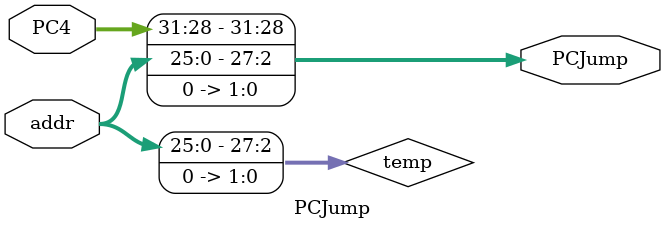
<source format=v>
`timescale 1ns / 1ps


module PCJump(addr, PC4, PCJump);
    input [25:0] addr; //µ±Ç°Ö¸Áî¶þ½øÖÆÂëµÄ0-25Î»£¬ÔÚj¡¢jalÖ¸ÁîÖÐÊÇÒªÌø×ªµÄµØÖ·µÄµÍ26Î»×Ö½ÚµØÖ·
    input [31:0] PC4; //µ±Ç°PC+4£¬ÓÃÓÚºÏ³ÉÌø×ªµØÖ·µÄ¸ßËÄÎ»
    output reg [31:0] PCJump; //µÃµ½µÄÌø×ªµØÖ·
    
    wire [27:0] temp; // ÓÃÓÚ±£´æ×óÒÆÁ½Î»ºóµÄµØÖ·
    assign temp = addr << 2;  // Ö¸ÁîÖÐµÄÌø×ªµØÖ·ÊÇ×Ö½ÚµØÖ·£¬ËùÒÔÊµ¼ÊµÄPCµØÖ·Òª×óÒÆÁ½Î»
    always @(addr) begin  
        PCJump <= {PC4[31:28], temp[27:0]};  
    end  
endmodule

</source>
